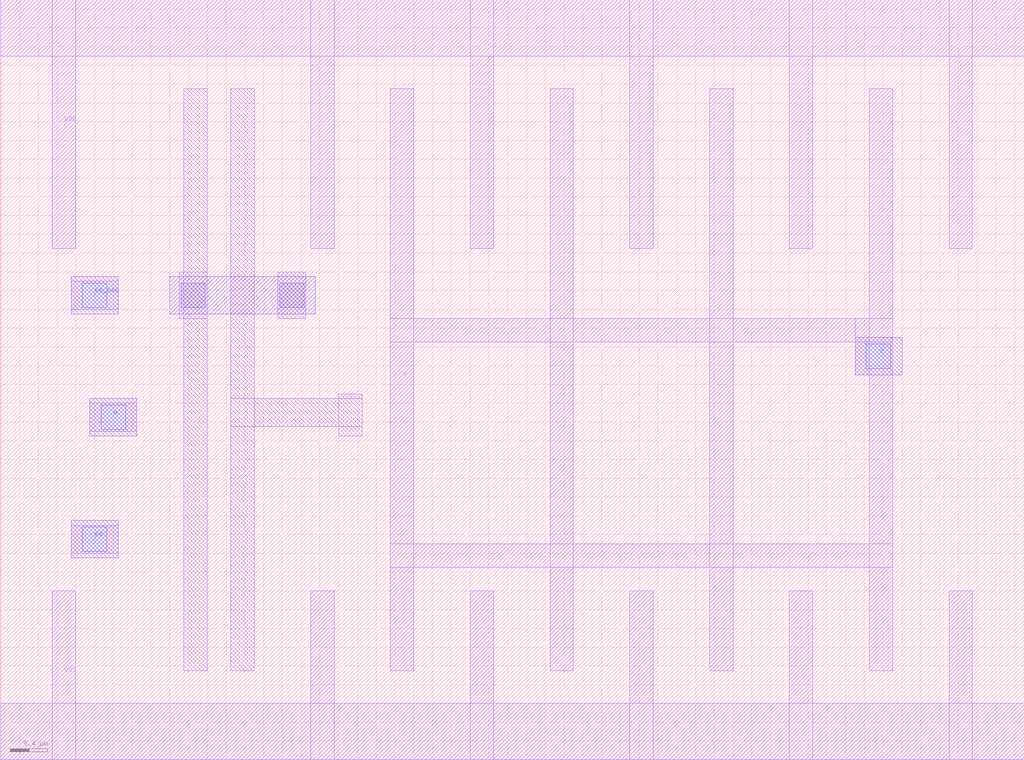
<source format=lef>
# Copyright 2022 Google LLC
# Licensed under the Apache License, Version 2.0 (the "License");
# you may not use this file except in compliance with the License.
# You may obtain a copy of the License at
#
#      http://www.apache.org/licenses/LICENSE-2.0
#
# Unless required by applicable law or agreed to in writing, software
# distributed under the License is distributed on an "AS IS" BASIS,
# WITHOUT WARRANTIES OR CONDITIONS OF ANY KIND, either express or implied.
# See the License for the specific language governing permissions and
# limitations under the License.
VERSION 5.7 ;
BUSBITCHARS "[]" ;
DIVIDERCHAR "/" ;

MACRO gf180mcu_osu_sc_gp12t3v3__tinv_8
  CLASS CORE ;
  ORIGIN 0 0 ;
  FOREIGN gf180mcu_osu_sc_gp12t3v3__tinv_8 0 0 ;
  SIZE 10.9 BY 8.1 ;
  SYMMETRY X Y ;
  SITE GF180_3p3_12t ;
  PIN VDD
    DIRECTION INOUT ;
    USE POWER ;
    SHAPE ABUTMENT ;
    PORT
      LAYER MET1 ;
        RECT 0 7.5 10.9 8.1 ;
        RECT 10.1 5.45 10.35 8.1 ;
        RECT 8.4 5.45 8.65 8.1 ;
        RECT 6.7 5.45 6.95 8.1 ;
        RECT 5 5.45 5.25 8.1 ;
        RECT 3.3 5.45 3.55 8.1 ;
        RECT 0.55 5.45 0.8 8.1 ;
    END
  END VDD
  PIN VSS
    DIRECTION INOUT ;
    USE GROUND ;
    PORT
      LAYER MET1 ;
        RECT 0 0 10.9 0.6 ;
        RECT 10.1 0 10.35 1.8 ;
        RECT 8.4 0 8.65 1.8 ;
        RECT 6.7 0 6.95 1.8 ;
        RECT 5 0 5.25 1.8 ;
        RECT 3.3 0 3.55 1.8 ;
        RECT 0.55 0 0.8 1.8 ;
    END
  END VSS
  PIN A
    DIRECTION INPUT ;
    USE SIGNAL ;
    PORT
      LAYER MET1 ;
        RECT 0.95 3.5 1.45 3.8 ;
      LAYER MET2 ;
        RECT 0.95 3.45 1.45 3.85 ;
      LAYER VIA12 ;
        RECT 1.07 3.52 1.33 3.78 ;
    END
  END A
  PIN EN
    DIRECTION INPUT ;
    USE SIGNAL ;
    PORT
      LAYER MET1 ;
        RECT 0.75 2.2 1.25 2.5 ;
      LAYER MET2 ;
        RECT 0.75 2.15 1.25 2.55 ;
      LAYER VIA12 ;
        RECT 0.87 2.22 1.13 2.48 ;
    END
  END EN
  PIN EN_BAR
    DIRECTION INPUT ;
    USE SIGNAL ;
    PORT
      LAYER MET1 ;
        RECT 0.75 4.8 1.25 5.1 ;
      LAYER MET2 ;
        RECT 0.75 4.75 1.25 5.15 ;
      LAYER VIA12 ;
        RECT 0.87 4.82 1.13 5.08 ;
    END
  END EN_BAR
  PIN Y
    DIRECTION OUTPUT ;
    USE SIGNAL ;
    PORT
      LAYER MET1 ;
        RECT 9.25 0.95 9.5 7.15 ;
        RECT 4.15 4.45 9.5 4.7 ;
        RECT 9.1 4.1 9.5 4.7 ;
        RECT 4.15 2.05 9.5 2.3 ;
        RECT 7.55 0.95 7.8 7.15 ;
        RECT 5.85 0.95 6.1 7.15 ;
        RECT 4.15 0.95 4.4 7.15 ;
      LAYER MET2 ;
        RECT 9.1 4.1 9.6 4.5 ;
      LAYER VIA12 ;
        RECT 9.22 4.17 9.48 4.43 ;
    END
  END Y
  OBS
    LAYER MET2 ;
      RECT 1.8 4.75 3.35 5.15 ;
    LAYER VIA12 ;
      RECT 2.97 4.82 3.23 5.08 ;
      RECT 1.92 4.82 2.18 5.08 ;
    LAYER MET1 ;
      RECT 2.45 0.95 2.7 7.15 ;
      RECT 3.6 3.45 3.85 3.9 ;
      RECT 2.45 3.55 3.85 3.85 ;
      RECT 1.95 0.95 2.2 7.15 ;
      RECT 1.9 4.7 2.2 5.2 ;
      RECT 2.95 4.7 3.25 5.2 ;
  END
END gf180mcu_osu_sc_gp12t3v3__tinv_8

</source>
